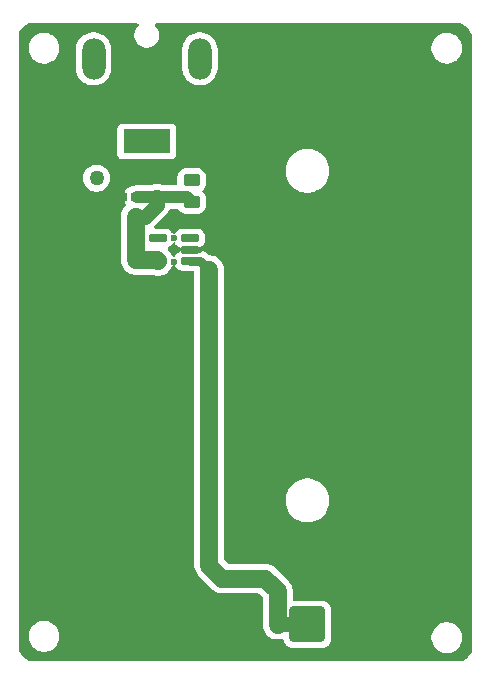
<source format=gbr>
%TF.GenerationSoftware,KiCad,Pcbnew,9.0.2*%
%TF.CreationDate,2025-06-25T22:40:44-04:00*%
%TF.ProjectId,NK_BMS,4e4b5f42-4d53-42e6-9b69-6361645f7063,rev?*%
%TF.SameCoordinates,Original*%
%TF.FileFunction,Copper,L2,Bot*%
%TF.FilePolarity,Positive*%
%FSLAX46Y46*%
G04 Gerber Fmt 4.6, Leading zero omitted, Abs format (unit mm)*
G04 Created by KiCad (PCBNEW 9.0.2) date 2025-06-25 22:40:44*
%MOMM*%
%LPD*%
G01*
G04 APERTURE LIST*
G04 Aperture macros list*
%AMRoundRect*
0 Rectangle with rounded corners*
0 $1 Rounding radius*
0 $2 $3 $4 $5 $6 $7 $8 $9 X,Y pos of 4 corners*
0 Add a 4 corners polygon primitive as box body*
4,1,4,$2,$3,$4,$5,$6,$7,$8,$9,$2,$3,0*
0 Add four circle primitives for the rounded corners*
1,1,$1+$1,$2,$3*
1,1,$1+$1,$4,$5*
1,1,$1+$1,$6,$7*
1,1,$1+$1,$8,$9*
0 Add four rect primitives between the rounded corners*
20,1,$1+$1,$2,$3,$4,$5,0*
20,1,$1+$1,$4,$5,$6,$7,0*
20,1,$1+$1,$6,$7,$8,$9,0*
20,1,$1+$1,$8,$9,$2,$3,0*%
G04 Aperture macros list end*
%TA.AperFunction,ComponentPad*%
%ADD10C,1.270000*%
%TD*%
%TA.AperFunction,ComponentPad*%
%ADD11RoundRect,0.250000X1.250000X-1.250000X1.250000X1.250000X-1.250000X1.250000X-1.250000X-1.250000X0*%
%TD*%
%TA.AperFunction,ComponentPad*%
%ADD12C,3.000000*%
%TD*%
%TA.AperFunction,ComponentPad*%
%ADD13R,4.000000X2.000000*%
%TD*%
%TA.AperFunction,ComponentPad*%
%ADD14O,3.300000X2.000000*%
%TD*%
%TA.AperFunction,ComponentPad*%
%ADD15O,2.000000X3.500000*%
%TD*%
%TA.AperFunction,SMDPad,CuDef*%
%ADD16RoundRect,0.250000X-0.250000X-0.475000X0.250000X-0.475000X0.250000X0.475000X-0.250000X0.475000X0*%
%TD*%
%TA.AperFunction,SMDPad,CuDef*%
%ADD17RoundRect,0.162500X0.617500X0.162500X-0.617500X0.162500X-0.617500X-0.162500X0.617500X-0.162500X0*%
%TD*%
%TA.AperFunction,SMDPad,CuDef*%
%ADD18RoundRect,0.075000X0.390000X0.275000X-0.390000X0.275000X-0.390000X-0.275000X0.390000X-0.275000X0*%
%TD*%
%TA.AperFunction,SMDPad,CuDef*%
%ADD19RoundRect,0.075000X0.075000X0.275000X-0.075000X0.275000X-0.075000X-0.275000X0.075000X-0.275000X0*%
%TD*%
%TA.AperFunction,SMDPad,CuDef*%
%ADD20RoundRect,0.250000X0.450000X-0.262500X0.450000X0.262500X-0.450000X0.262500X-0.450000X-0.262500X0*%
%TD*%
%TA.AperFunction,ViaPad*%
%ADD21C,0.600000*%
%TD*%
%TA.AperFunction,Conductor*%
%ADD22C,1.524000*%
%TD*%
%TA.AperFunction,Conductor*%
%ADD23C,0.762000*%
%TD*%
%TA.AperFunction,Conductor*%
%ADD24C,1.016000*%
%TD*%
%TA.AperFunction,Conductor*%
%ADD25C,0.200000*%
%TD*%
%TA.AperFunction,Conductor*%
%ADD26C,1.270000*%
%TD*%
G04 APERTURE END LIST*
D10*
%TO.P,F1,1*%
%TO.N,Net-(CN1-Pin_1)*%
X123250000Y-81100000D03*
%TO.P,F1,2*%
%TO.N,+5V*%
X128350000Y-82700000D03*
%TD*%
D11*
%TO.P,CN2,1,Pin_1*%
%TO.N,/BAT+*%
X141100000Y-118882500D03*
D12*
%TO.P,CN2,2,Pin_2*%
%TO.N,GND*%
X141100000Y-69982500D03*
%TD*%
D13*
%TO.P,CN1,1,Pin_1*%
%TO.N,Net-(CN1-Pin_1)*%
X127500000Y-78000000D03*
D14*
%TO.P,CN1,2,Pin_2*%
%TO.N,GND*%
X127500000Y-72000000D03*
D15*
%TO.P,CN1,MP*%
%TO.N,N/C*%
X132000000Y-71000000D03*
X123000000Y-71000000D03*
%TD*%
D16*
%TO.P,C3,1*%
%TO.N,GND*%
X136700000Y-118900000D03*
%TO.P,C3,2*%
%TO.N,/BAT+*%
X138600000Y-118900000D03*
%TD*%
%TO.P,C1,1*%
%TO.N,GND*%
X124650000Y-84400000D03*
%TO.P,C1,2*%
%TO.N,+5V*%
X126550000Y-84400000D03*
%TD*%
D17*
%TO.P,U1,1,STAT*%
%TO.N,Net-(D2-K)*%
X131150000Y-86200000D03*
%TO.P,U1,2,VSS*%
%TO.N,GND*%
X131150000Y-87150000D03*
%TO.P,U1,3,VBAT*%
%TO.N,/BAT+*%
X131150000Y-88100000D03*
%TO.P,U1,4,VDD*%
%TO.N,+5V*%
X128450000Y-88100000D03*
%TO.P,U1,5,PROG*%
%TO.N,Net-(U1-PROG)*%
X128450000Y-86200000D03*
%TD*%
D16*
%TO.P,C2,1*%
%TO.N,GND*%
X124650000Y-88000000D03*
%TO.P,C2,2*%
%TO.N,+5V*%
X126550000Y-88000000D03*
%TD*%
D18*
%TO.P,D1,1,K*%
%TO.N,+5V*%
X126585000Y-82700000D03*
D19*
%TO.P,D1,2,A*%
%TO.N,GND*%
X125700000Y-82700000D03*
%TD*%
D20*
%TO.P,R2,1*%
%TO.N,+5V*%
X131300000Y-83112500D03*
%TO.P,R2,2*%
%TO.N,Net-(D2-A)*%
X131300000Y-81287500D03*
%TD*%
D21*
%TO.N,GND*%
X131900000Y-87200000D03*
X129800000Y-88200000D03*
X129800000Y-87150000D03*
X129800000Y-86200000D03*
X118700000Y-114300000D03*
X117700000Y-111300000D03*
X118700000Y-112300000D03*
X120700000Y-111300000D03*
X119700000Y-113300000D03*
X118700000Y-113300000D03*
X117700000Y-112300000D03*
X117700000Y-113300000D03*
X120700000Y-114300000D03*
X120700000Y-110300000D03*
X120700000Y-108300000D03*
X117700000Y-105300000D03*
X119700000Y-103300000D03*
X120700000Y-104300000D03*
X118700000Y-106300000D03*
X117700000Y-108300000D03*
X119700000Y-110300000D03*
X118700000Y-103300000D03*
X118700000Y-111300000D03*
X119700000Y-104300000D03*
X117700000Y-109300000D03*
X120700000Y-107300000D03*
X118700000Y-108300000D03*
X117700000Y-104300000D03*
X119700000Y-106300000D03*
X120700000Y-105300000D03*
X117700000Y-110300000D03*
X119700000Y-108300000D03*
X118700000Y-107300000D03*
X117700000Y-103300000D03*
X120700000Y-109300000D03*
X118700000Y-104300000D03*
X118700000Y-109300000D03*
X117700000Y-106300000D03*
X118700000Y-110300000D03*
X119700000Y-105300000D03*
X120700000Y-112300000D03*
X117700000Y-107300000D03*
X119700000Y-112300000D03*
X120700000Y-113300000D03*
X120700000Y-106300000D03*
X117700000Y-114300000D03*
X119700000Y-107300000D03*
X120700000Y-103300000D03*
X119700000Y-114300000D03*
X119700000Y-111300000D03*
X118700000Y-105300000D03*
X119700000Y-109300000D03*
%TO.N,Net-(D2-A)*%
X131300000Y-81300000D03*
%TO.N,Net-(D2-K)*%
X131200000Y-86200000D03*
%TO.N,GND*%
X122700000Y-114300000D03*
X125700000Y-104300000D03*
X123700000Y-109300000D03*
X130700000Y-109300000D03*
X125700000Y-111300000D03*
X126700000Y-104300000D03*
X125700000Y-112300000D03*
X124700000Y-103300000D03*
X127700000Y-112300000D03*
X123700000Y-112300000D03*
X121700000Y-107300000D03*
X130700000Y-112300000D03*
X129700000Y-110300000D03*
X121700000Y-114300000D03*
X124700000Y-112300000D03*
X123700000Y-107300000D03*
X129700000Y-104300000D03*
X129700000Y-109300000D03*
X124700000Y-106300000D03*
X124700000Y-113300000D03*
X130700000Y-111300000D03*
X128700000Y-113300000D03*
X123700000Y-105300000D03*
X123700000Y-111300000D03*
X127700000Y-110300000D03*
X129700000Y-114300000D03*
X127700000Y-103300000D03*
X122700000Y-105300000D03*
X123700000Y-114300000D03*
X122700000Y-110300000D03*
X121700000Y-106300000D03*
X122700000Y-109300000D03*
X129700000Y-112300000D03*
X122700000Y-104300000D03*
X126700000Y-108300000D03*
X124700000Y-109300000D03*
X122700000Y-107300000D03*
X123700000Y-106300000D03*
X121700000Y-103300000D03*
X127700000Y-108300000D03*
X129700000Y-111300000D03*
X126700000Y-114300000D03*
X128700000Y-106300000D03*
X121700000Y-104300000D03*
X125700000Y-107300000D03*
X123700000Y-108300000D03*
X125700000Y-108300000D03*
X127700000Y-106300000D03*
X125700000Y-110300000D03*
X126700000Y-103300000D03*
X121700000Y-110300000D03*
X126700000Y-109300000D03*
X124700000Y-105300000D03*
X126700000Y-111300000D03*
X122700000Y-108300000D03*
X121700000Y-108300000D03*
X128700000Y-111300000D03*
X122700000Y-111300000D03*
X129700000Y-113300000D03*
X125700000Y-113300000D03*
X127700000Y-104300000D03*
X128700000Y-109300000D03*
X128700000Y-107300000D03*
X121700000Y-109300000D03*
X124700000Y-107300000D03*
X126700000Y-106300000D03*
X128700000Y-110300000D03*
X127700000Y-109300000D03*
X130700000Y-114300000D03*
X122700000Y-103300000D03*
X128700000Y-108300000D03*
X130700000Y-110300000D03*
X128700000Y-114300000D03*
X130700000Y-108300000D03*
X125700000Y-103300000D03*
X130700000Y-103300000D03*
X122700000Y-106300000D03*
X124700000Y-104300000D03*
X128700000Y-105300000D03*
X128700000Y-103300000D03*
X127700000Y-113300000D03*
X123700000Y-103300000D03*
X123700000Y-104300000D03*
X129700000Y-105300000D03*
X130700000Y-106300000D03*
X123700000Y-110300000D03*
X129700000Y-108300000D03*
X128700000Y-104300000D03*
X121700000Y-105300000D03*
X130700000Y-105300000D03*
X126700000Y-110300000D03*
X127700000Y-105300000D03*
X124700000Y-108300000D03*
X127700000Y-107300000D03*
X126700000Y-107300000D03*
X125700000Y-105300000D03*
X125700000Y-106300000D03*
X129700000Y-103300000D03*
X127700000Y-111300000D03*
X121700000Y-112300000D03*
X130700000Y-113300000D03*
X130700000Y-104300000D03*
X125700000Y-114300000D03*
X126700000Y-113300000D03*
X124700000Y-110300000D03*
X124700000Y-114300000D03*
X121700000Y-113300000D03*
X122700000Y-113300000D03*
X123700000Y-113300000D03*
X126700000Y-105300000D03*
X129700000Y-107300000D03*
X130700000Y-107300000D03*
X126700000Y-112300000D03*
X125700000Y-109300000D03*
X121700000Y-111300000D03*
X128700000Y-112300000D03*
X122700000Y-112300000D03*
X127700000Y-114300000D03*
X124700000Y-111300000D03*
X129700000Y-106300000D03*
%TO.N,Net-(U1-PROG)*%
X128450000Y-86200000D03*
%TD*%
D22*
%TO.N,/BAT+*%
X132800000Y-88900000D02*
X132800000Y-89750000D01*
D23*
X131150000Y-88100000D02*
X132000000Y-88100000D01*
X132000000Y-88100000D02*
X132800000Y-88900000D01*
D22*
X137500000Y-115000000D02*
X138600000Y-116100000D01*
X138600000Y-116100000D02*
X138600000Y-118900000D01*
X133900000Y-115000000D02*
X137500000Y-115000000D01*
X132800000Y-113900000D02*
X133900000Y-115000000D01*
X132800000Y-89750000D02*
X132800000Y-113900000D01*
D24*
%TO.N,+5V*%
X130887500Y-82700000D02*
X131300000Y-83112500D01*
X128350000Y-82700000D02*
X130887500Y-82700000D01*
D25*
%TO.N,Net-(D2-K)*%
X131150000Y-86200000D02*
X131200000Y-86200000D01*
D26*
%TO.N,+5V*%
X127335000Y-84365000D02*
X126585000Y-84365000D01*
D22*
X126550000Y-84400000D02*
X126550000Y-88000000D01*
D26*
X128350000Y-83350000D02*
X127335000Y-84365000D01*
X126585000Y-84365000D02*
X126550000Y-84400000D01*
X128350000Y-82700000D02*
X128350000Y-83350000D01*
D22*
X126550000Y-88000000D02*
X128350000Y-88000000D01*
X128350000Y-88000000D02*
X128450000Y-88100000D01*
D24*
X128350000Y-82700000D02*
X126686000Y-82700000D01*
D26*
%TO.N,/BAT+*%
X138600000Y-118900000D02*
X138700000Y-118900000D01*
X138717500Y-118882500D02*
X141100000Y-118882500D01*
X138700000Y-118900000D02*
X138717500Y-118882500D01*
%TD*%
%TA.AperFunction,Conductor*%
%TO.N,GND*%
G36*
X129853357Y-86545245D02*
G01*
X129905402Y-86591862D01*
X129918383Y-86620284D01*
X129923467Y-86636598D01*
X130006766Y-86774391D01*
X130120608Y-86888233D01*
X130120610Y-86888234D01*
X130120612Y-86888236D01*
X130258398Y-86971531D01*
X130412113Y-87019430D01*
X130478909Y-87025500D01*
X130817213Y-87025499D01*
X130828009Y-87028669D01*
X130839199Y-87027464D01*
X130860931Y-87038336D01*
X130884250Y-87045183D01*
X130891620Y-87053689D01*
X130901685Y-87058724D01*
X130914090Y-87079620D01*
X130930005Y-87097987D01*
X130931606Y-87109126D01*
X130937352Y-87118804D01*
X130936490Y-87143092D01*
X130939949Y-87167146D01*
X130935273Y-87177382D01*
X130934875Y-87188630D01*
X130921018Y-87208596D01*
X130910924Y-87230701D01*
X130900422Y-87238275D01*
X130895040Y-87246032D01*
X130864691Y-87264049D01*
X130862276Y-87265050D01*
X130814796Y-87274500D01*
X130478901Y-87274500D01*
X130412117Y-87280568D01*
X130412106Y-87280571D01*
X130258401Y-87328467D01*
X130120608Y-87411766D01*
X130006766Y-87525608D01*
X129923468Y-87663400D01*
X129918385Y-87679712D01*
X129879647Y-87737860D01*
X129815621Y-87765833D01*
X129746636Y-87754751D01*
X129694594Y-87708132D01*
X129681615Y-87679712D01*
X129678148Y-87668587D01*
X129676531Y-87663398D01*
X129593236Y-87525612D01*
X129593234Y-87525610D01*
X129593233Y-87525608D01*
X129568458Y-87500833D01*
X129545655Y-87469448D01*
X129529785Y-87438303D01*
X129412986Y-87277542D01*
X129412982Y-87277537D01*
X129306826Y-87171381D01*
X129273341Y-87110058D01*
X129278325Y-87040366D01*
X129320197Y-86984433D01*
X129335265Y-86975547D01*
X129335183Y-86975411D01*
X129341600Y-86971531D01*
X129341602Y-86971531D01*
X129479388Y-86888236D01*
X129593236Y-86774388D01*
X129676531Y-86636602D01*
X129681613Y-86620290D01*
X129720347Y-86562143D01*
X129784371Y-86534167D01*
X129853357Y-86545245D01*
G37*
%TD.AperFunction*%
%TA.AperFunction,Conductor*%
G36*
X126781544Y-68020185D02*
G01*
X126827299Y-68072989D01*
X126837243Y-68142147D01*
X126808218Y-68205703D01*
X126802186Y-68212181D01*
X126684025Y-68330341D01*
X126684024Y-68330342D01*
X126569058Y-68502403D01*
X126489870Y-68693579D01*
X126489868Y-68693587D01*
X126449500Y-68896530D01*
X126449500Y-69103469D01*
X126489868Y-69306412D01*
X126489870Y-69306420D01*
X126569058Y-69497596D01*
X126684024Y-69669657D01*
X126830342Y-69815975D01*
X126830345Y-69815977D01*
X127002402Y-69930941D01*
X127193580Y-70010130D01*
X127396530Y-70050499D01*
X127396534Y-70050500D01*
X127396535Y-70050500D01*
X127603466Y-70050500D01*
X127603467Y-70050499D01*
X127806420Y-70010130D01*
X127997598Y-69930941D01*
X128169655Y-69815977D01*
X128315977Y-69669655D01*
X128430941Y-69497598D01*
X128510130Y-69306420D01*
X128550500Y-69103465D01*
X128550500Y-68896535D01*
X128510130Y-68693580D01*
X128430941Y-68502402D01*
X128315977Y-68330345D01*
X128315975Y-68330342D01*
X128197814Y-68212181D01*
X128164329Y-68150858D01*
X128169313Y-68081166D01*
X128211185Y-68025233D01*
X128276649Y-68000816D01*
X128285495Y-68000500D01*
X154135736Y-68000500D01*
X154202775Y-68020185D01*
X154211595Y-68026411D01*
X154420317Y-68187872D01*
X154431465Y-68197616D01*
X154660046Y-68422895D01*
X154669377Y-68433185D01*
X154795873Y-68589461D01*
X154875058Y-68687287D01*
X154882679Y-68697780D01*
X154979507Y-68846941D01*
X154999499Y-68913887D01*
X154999500Y-68914456D01*
X154999500Y-121211857D01*
X154981203Y-121276687D01*
X154949833Y-121327835D01*
X154941138Y-121340241D01*
X154717662Y-121620926D01*
X154707636Y-121632065D01*
X154493189Y-121843134D01*
X154482023Y-121852881D01*
X154325759Y-121973622D01*
X154260675Y-121999035D01*
X154249943Y-121999500D01*
X117565653Y-121999500D01*
X117498614Y-121979815D01*
X117492355Y-121975517D01*
X117307471Y-121840023D01*
X117296479Y-121830952D01*
X117062038Y-121613670D01*
X117052385Y-121603661D01*
X116842300Y-121359818D01*
X116834024Y-121349076D01*
X116722281Y-121186355D01*
X116700558Y-121119948D01*
X116700500Y-121116160D01*
X116700500Y-119797648D01*
X117499500Y-119797648D01*
X117499500Y-120002351D01*
X117531522Y-120204534D01*
X117594781Y-120399223D01*
X117687715Y-120581613D01*
X117808028Y-120747213D01*
X117952786Y-120891971D01*
X118090420Y-120991966D01*
X118118390Y-121012287D01*
X118234607Y-121071503D01*
X118300776Y-121105218D01*
X118300778Y-121105218D01*
X118300781Y-121105220D01*
X118405137Y-121139127D01*
X118495465Y-121168477D01*
X118596557Y-121184488D01*
X118697648Y-121200500D01*
X118697649Y-121200500D01*
X118902351Y-121200500D01*
X118902352Y-121200500D01*
X119104534Y-121168477D01*
X119299219Y-121105220D01*
X119481610Y-121012287D01*
X119574590Y-120944732D01*
X119647213Y-120891971D01*
X119647215Y-120891968D01*
X119647219Y-120891966D01*
X119791966Y-120747219D01*
X119791968Y-120747215D01*
X119791971Y-120747213D01*
X119898085Y-120601157D01*
X119912287Y-120581610D01*
X120005220Y-120399219D01*
X120068477Y-120204534D01*
X120100500Y-120002352D01*
X120100500Y-119797648D01*
X120068477Y-119595466D01*
X120005220Y-119400781D01*
X120005218Y-119400778D01*
X120005218Y-119400776D01*
X119971503Y-119334607D01*
X119912287Y-119218390D01*
X119895755Y-119195636D01*
X119791971Y-119052786D01*
X119647213Y-118908028D01*
X119481613Y-118787715D01*
X119481612Y-118787714D01*
X119481610Y-118787713D01*
X119424653Y-118758691D01*
X119299223Y-118694781D01*
X119104534Y-118631522D01*
X118929995Y-118603878D01*
X118902352Y-118599500D01*
X118697648Y-118599500D01*
X118673329Y-118603351D01*
X118495465Y-118631522D01*
X118300776Y-118694781D01*
X118118386Y-118787715D01*
X117952786Y-118908028D01*
X117808028Y-119052786D01*
X117687715Y-119218386D01*
X117594781Y-119400776D01*
X117531522Y-119595465D01*
X117499500Y-119797648D01*
X116700500Y-119797648D01*
X116700500Y-84300639D01*
X125287500Y-84300639D01*
X125287500Y-88099360D01*
X125318587Y-88295637D01*
X125379993Y-88484629D01*
X125379994Y-88484632D01*
X125470213Y-88661694D01*
X125587019Y-88822464D01*
X125587021Y-88822466D01*
X125698694Y-88934139D01*
X125706159Y-88942527D01*
X125707288Y-88943656D01*
X125831344Y-89067712D01*
X125980666Y-89159814D01*
X126091690Y-89196604D01*
X126147202Y-89214999D01*
X126156213Y-89215919D01*
X126216680Y-89222096D01*
X126242389Y-89227521D01*
X126254364Y-89231413D01*
X126450639Y-89262500D01*
X127922631Y-89262500D01*
X127960949Y-89268569D01*
X127965367Y-89270004D01*
X127965368Y-89270005D01*
X128030996Y-89291329D01*
X128154362Y-89331413D01*
X128350634Y-89362500D01*
X128350639Y-89362500D01*
X128549365Y-89362500D01*
X128644515Y-89347428D01*
X128745636Y-89331413D01*
X128934632Y-89270005D01*
X129111694Y-89179786D01*
X129272463Y-89062981D01*
X129412981Y-88922463D01*
X129529786Y-88761694D01*
X129545654Y-88730550D01*
X129568455Y-88699167D01*
X129593236Y-88674388D01*
X129676531Y-88536602D01*
X129681613Y-88520290D01*
X129720347Y-88462143D01*
X129784371Y-88434167D01*
X129853357Y-88445245D01*
X129905402Y-88491862D01*
X129918383Y-88520284D01*
X129923467Y-88536598D01*
X130006766Y-88674391D01*
X130120608Y-88788233D01*
X130120610Y-88788234D01*
X130120612Y-88788236D01*
X130258398Y-88871531D01*
X130412113Y-88919430D01*
X130478909Y-88925500D01*
X130814796Y-88925499D01*
X130862248Y-88934938D01*
X130883296Y-88943656D01*
X130892876Y-88947624D01*
X130892880Y-88947624D01*
X130892881Y-88947625D01*
X131063177Y-88981500D01*
X131063180Y-88981500D01*
X131413500Y-88981500D01*
X131480539Y-89001185D01*
X131526294Y-89053989D01*
X131537500Y-89105500D01*
X131537500Y-89650639D01*
X131537500Y-113999361D01*
X131553043Y-114097498D01*
X131568587Y-114195637D01*
X131629993Y-114384629D01*
X131629994Y-114384632D01*
X131720213Y-114561694D01*
X131837019Y-114722464D01*
X131977536Y-114862981D01*
X131981866Y-114867311D01*
X131981877Y-114867321D01*
X132933893Y-115819337D01*
X132933907Y-115819352D01*
X132937018Y-115822463D01*
X132937019Y-115822464D01*
X133077536Y-115962981D01*
X133238306Y-116079787D01*
X133325149Y-116124035D01*
X133415367Y-116170005D01*
X133415370Y-116170006D01*
X133509866Y-116200709D01*
X133604364Y-116231413D01*
X133800639Y-116262500D01*
X133800640Y-116262500D01*
X133999361Y-116262500D01*
X136925694Y-116262500D01*
X136992733Y-116282185D01*
X137013375Y-116298819D01*
X137301181Y-116586625D01*
X137334666Y-116647948D01*
X137337500Y-116674306D01*
X137337500Y-118999360D01*
X137368587Y-119195637D01*
X137429993Y-119384629D01*
X137429994Y-119384632D01*
X137489176Y-119500781D01*
X137520213Y-119561694D01*
X137637019Y-119722464D01*
X137637021Y-119722466D01*
X137748694Y-119834139D01*
X137756159Y-119842527D01*
X137757288Y-119843656D01*
X137881344Y-119967712D01*
X138030666Y-120059814D01*
X138141690Y-120096604D01*
X138197202Y-120114999D01*
X138206213Y-120115919D01*
X138266680Y-120122096D01*
X138292389Y-120127521D01*
X138304364Y-120131413D01*
X138500639Y-120162500D01*
X138500640Y-120162500D01*
X138699360Y-120162500D01*
X138699361Y-120162500D01*
X138895636Y-120131413D01*
X138907610Y-120127521D01*
X138933319Y-120122095D01*
X138968322Y-120118520D01*
X139037013Y-120131291D01*
X139087897Y-120179172D01*
X139104278Y-120229276D01*
X139110001Y-120285297D01*
X139110001Y-120285299D01*
X139147751Y-120399219D01*
X139165186Y-120451834D01*
X139257288Y-120601156D01*
X139381344Y-120725212D01*
X139530666Y-120817314D01*
X139697203Y-120872499D01*
X139799991Y-120883000D01*
X142400008Y-120882999D01*
X142502797Y-120872499D01*
X142669334Y-120817314D01*
X142818656Y-120725212D01*
X142942712Y-120601156D01*
X143034814Y-120451834D01*
X143089999Y-120285297D01*
X143100500Y-120182509D01*
X143100500Y-119897648D01*
X151599500Y-119897648D01*
X151599500Y-120102351D01*
X151631522Y-120304534D01*
X151694781Y-120499223D01*
X151787715Y-120681613D01*
X151908028Y-120847213D01*
X152052786Y-120991971D01*
X152207749Y-121104556D01*
X152218390Y-121112287D01*
X152328669Y-121168477D01*
X152400776Y-121205218D01*
X152400778Y-121205218D01*
X152400781Y-121205220D01*
X152505137Y-121239127D01*
X152595465Y-121268477D01*
X152647301Y-121276687D01*
X152797648Y-121300500D01*
X152797649Y-121300500D01*
X153002351Y-121300500D01*
X153002352Y-121300500D01*
X153204534Y-121268477D01*
X153399219Y-121205220D01*
X153581610Y-121112287D01*
X153674590Y-121044732D01*
X153747213Y-120991971D01*
X153747215Y-120991968D01*
X153747219Y-120991966D01*
X153891966Y-120847219D01*
X153891968Y-120847215D01*
X153891971Y-120847213D01*
X153944732Y-120774590D01*
X154012287Y-120681610D01*
X154105220Y-120499219D01*
X154168477Y-120304534D01*
X154200500Y-120102352D01*
X154200500Y-119897648D01*
X154184661Y-119797648D01*
X154168477Y-119695465D01*
X154105218Y-119500776D01*
X154046039Y-119384632D01*
X154012287Y-119318390D01*
X154004556Y-119307749D01*
X153891971Y-119152786D01*
X153747213Y-119008028D01*
X153581613Y-118887715D01*
X153581612Y-118887714D01*
X153581610Y-118887713D01*
X153524653Y-118858691D01*
X153399223Y-118794781D01*
X153204534Y-118731522D01*
X153029995Y-118703878D01*
X153002352Y-118699500D01*
X152797648Y-118699500D01*
X152773329Y-118703351D01*
X152595465Y-118731522D01*
X152400776Y-118794781D01*
X152218386Y-118887715D01*
X152052786Y-119008028D01*
X151908028Y-119152786D01*
X151787715Y-119318386D01*
X151694781Y-119500776D01*
X151631522Y-119695465D01*
X151599500Y-119897648D01*
X143100500Y-119897648D01*
X143100499Y-118794781D01*
X143100499Y-117582498D01*
X143100498Y-117582481D01*
X143089999Y-117479703D01*
X143089998Y-117479700D01*
X143034814Y-117313166D01*
X142942712Y-117163844D01*
X142818656Y-117039788D01*
X142669334Y-116947686D01*
X142502797Y-116892501D01*
X142502795Y-116892500D01*
X142400016Y-116882000D01*
X142400009Y-116882000D01*
X139986500Y-116882000D01*
X139919461Y-116862315D01*
X139873706Y-116809511D01*
X139862500Y-116758000D01*
X139862500Y-116000639D01*
X139831413Y-115804364D01*
X139770005Y-115615368D01*
X139770005Y-115615367D01*
X139679786Y-115438305D01*
X139562981Y-115277536D01*
X139422464Y-115137019D01*
X139422463Y-115137018D01*
X139419352Y-115133907D01*
X139419337Y-115133893D01*
X138467321Y-114181877D01*
X138467312Y-114181867D01*
X138462981Y-114177536D01*
X138322464Y-114037019D01*
X138161694Y-113920213D01*
X137984632Y-113829994D01*
X137984629Y-113829993D01*
X137795637Y-113768587D01*
X137697498Y-113753043D01*
X137599361Y-113737500D01*
X137599360Y-113737500D01*
X134474306Y-113737500D01*
X134407267Y-113717815D01*
X134386625Y-113701181D01*
X134098819Y-113413375D01*
X134065334Y-113352052D01*
X134062500Y-113325694D01*
X134062500Y-108261211D01*
X139249500Y-108261211D01*
X139249500Y-108503788D01*
X139281161Y-108744285D01*
X139343947Y-108978604D01*
X139436773Y-109202705D01*
X139436776Y-109202712D01*
X139558064Y-109412789D01*
X139558066Y-109412792D01*
X139558067Y-109412793D01*
X139705733Y-109605236D01*
X139705739Y-109605243D01*
X139877256Y-109776760D01*
X139877262Y-109776765D01*
X140069711Y-109924436D01*
X140279788Y-110045724D01*
X140503900Y-110138554D01*
X140738211Y-110201338D01*
X140918586Y-110225084D01*
X140978711Y-110233000D01*
X140978712Y-110233000D01*
X141221289Y-110233000D01*
X141269388Y-110226667D01*
X141461789Y-110201338D01*
X141696100Y-110138554D01*
X141920212Y-110045724D01*
X142130289Y-109924436D01*
X142322738Y-109776765D01*
X142494265Y-109605238D01*
X142641936Y-109412789D01*
X142763224Y-109202712D01*
X142856054Y-108978600D01*
X142918838Y-108744289D01*
X142950500Y-108503788D01*
X142950500Y-108261212D01*
X142918838Y-108020711D01*
X142856054Y-107786400D01*
X142763224Y-107562288D01*
X142641936Y-107352211D01*
X142494265Y-107159762D01*
X142494260Y-107159756D01*
X142322743Y-106988239D01*
X142322736Y-106988233D01*
X142130293Y-106840567D01*
X142130292Y-106840566D01*
X142130289Y-106840564D01*
X141920212Y-106719276D01*
X141920205Y-106719273D01*
X141696104Y-106626447D01*
X141461785Y-106563661D01*
X141221289Y-106532000D01*
X141221288Y-106532000D01*
X140978712Y-106532000D01*
X140978711Y-106532000D01*
X140738214Y-106563661D01*
X140503895Y-106626447D01*
X140279794Y-106719273D01*
X140279785Y-106719277D01*
X140069706Y-106840567D01*
X139877263Y-106988233D01*
X139877256Y-106988239D01*
X139705739Y-107159756D01*
X139705733Y-107159763D01*
X139558067Y-107352206D01*
X139436777Y-107562285D01*
X139436773Y-107562294D01*
X139343947Y-107786395D01*
X139281161Y-108020714D01*
X139249500Y-108261211D01*
X134062500Y-108261211D01*
X134062500Y-88800639D01*
X134048628Y-88713054D01*
X134031413Y-88604364D01*
X133970005Y-88415368D01*
X133970005Y-88415367D01*
X133879786Y-88238305D01*
X133762981Y-88077536D01*
X133622464Y-87937019D01*
X133461694Y-87820213D01*
X133455610Y-87817113D01*
X133284632Y-87729994D01*
X133284629Y-87729993D01*
X133095637Y-87668587D01*
X132997498Y-87653043D01*
X132899361Y-87637500D01*
X132899360Y-87637500D01*
X132835492Y-87637500D01*
X132768453Y-87617815D01*
X132747811Y-87601181D01*
X132561927Y-87415296D01*
X132561926Y-87415295D01*
X132417543Y-87318822D01*
X132257128Y-87252377D01*
X132257118Y-87252374D01*
X132086823Y-87218500D01*
X132086821Y-87218500D01*
X132086820Y-87218500D01*
X132063783Y-87218500D01*
X131996744Y-87198815D01*
X131950989Y-87146011D01*
X131941045Y-87076853D01*
X131970070Y-87013297D01*
X132026892Y-86976115D01*
X132029790Y-86975211D01*
X132041602Y-86971531D01*
X132179388Y-86888236D01*
X132293236Y-86774388D01*
X132376531Y-86636602D01*
X132424430Y-86482887D01*
X132430500Y-86416091D01*
X132430499Y-85983910D01*
X132430499Y-85983909D01*
X132430499Y-85983901D01*
X132424431Y-85917117D01*
X132424428Y-85917106D01*
X132376532Y-85763401D01*
X132376531Y-85763400D01*
X132376531Y-85763398D01*
X132293236Y-85625612D01*
X132293234Y-85625610D01*
X132293233Y-85625608D01*
X132179391Y-85511766D01*
X132041602Y-85428469D01*
X132041596Y-85428467D01*
X131887887Y-85380570D01*
X131887885Y-85380569D01*
X131887883Y-85380569D01*
X131841117Y-85376319D01*
X131821091Y-85374500D01*
X131821088Y-85374500D01*
X130478901Y-85374500D01*
X130412117Y-85380568D01*
X130412106Y-85380571D01*
X130258401Y-85428467D01*
X130120608Y-85511766D01*
X130006766Y-85625608D01*
X129923468Y-85763400D01*
X129918385Y-85779712D01*
X129879647Y-85837860D01*
X129815621Y-85865833D01*
X129746636Y-85854751D01*
X129694594Y-85808132D01*
X129681615Y-85779712D01*
X129679602Y-85773254D01*
X129676531Y-85763398D01*
X129593236Y-85625612D01*
X129593234Y-85625610D01*
X129593233Y-85625608D01*
X129479391Y-85511766D01*
X129341602Y-85428469D01*
X129341596Y-85428467D01*
X129187887Y-85380570D01*
X129187885Y-85380569D01*
X129187883Y-85380569D01*
X129141117Y-85376319D01*
X129121091Y-85374500D01*
X129121088Y-85374500D01*
X128230701Y-85374500D01*
X128163662Y-85354815D01*
X128117907Y-85302011D01*
X128107963Y-85232853D01*
X128136988Y-85169297D01*
X128143020Y-85162819D01*
X128201111Y-85104728D01*
X129216111Y-84089728D01*
X129237845Y-84059814D01*
X129237847Y-84059812D01*
X129255737Y-84035187D01*
X129321167Y-83945132D01*
X129402309Y-83785881D01*
X129402313Y-83785868D01*
X129402648Y-83785062D01*
X129402861Y-83784797D01*
X129404521Y-83781540D01*
X129405204Y-83781888D01*
X129446481Y-83730653D01*
X129512773Y-83708580D01*
X129517215Y-83708500D01*
X130104717Y-83708500D01*
X130171756Y-83728185D01*
X130210254Y-83767401D01*
X130257288Y-83843656D01*
X130381344Y-83967712D01*
X130530666Y-84059814D01*
X130697203Y-84114999D01*
X130799991Y-84125500D01*
X131800008Y-84125499D01*
X131800016Y-84125498D01*
X131800019Y-84125498D01*
X131856302Y-84119748D01*
X131902797Y-84114999D01*
X132069334Y-84059814D01*
X132218656Y-83967712D01*
X132342712Y-83843656D01*
X132434814Y-83694334D01*
X132489999Y-83527797D01*
X132500500Y-83425009D01*
X132500499Y-82799992D01*
X132489999Y-82697203D01*
X132434814Y-82530666D01*
X132342712Y-82381344D01*
X132249049Y-82287681D01*
X132215564Y-82226358D01*
X132220548Y-82156666D01*
X132249049Y-82112319D01*
X132290202Y-82071166D01*
X132342712Y-82018656D01*
X132434814Y-81869334D01*
X132489999Y-81702797D01*
X132500500Y-81600009D01*
X132500499Y-80974992D01*
X132489999Y-80872203D01*
X132434814Y-80705666D01*
X132342712Y-80556344D01*
X132218656Y-80432288D01*
X132103421Y-80361211D01*
X139249500Y-80361211D01*
X139249500Y-80603788D01*
X139281161Y-80844285D01*
X139343947Y-81078604D01*
X139436773Y-81302705D01*
X139436776Y-81302712D01*
X139558064Y-81512789D01*
X139558066Y-81512792D01*
X139558067Y-81512793D01*
X139705733Y-81705236D01*
X139705739Y-81705243D01*
X139877256Y-81876760D01*
X139877262Y-81876765D01*
X140069711Y-82024436D01*
X140279788Y-82145724D01*
X140503900Y-82238554D01*
X140738211Y-82301338D01*
X140918586Y-82325084D01*
X140978711Y-82333000D01*
X140978712Y-82333000D01*
X141221289Y-82333000D01*
X141269388Y-82326667D01*
X141461789Y-82301338D01*
X141696100Y-82238554D01*
X141920212Y-82145724D01*
X142130289Y-82024436D01*
X142322738Y-81876765D01*
X142494265Y-81705238D01*
X142641936Y-81512789D01*
X142763224Y-81302712D01*
X142856054Y-81078600D01*
X142918838Y-80844289D01*
X142950500Y-80603788D01*
X142950500Y-80361212D01*
X142918838Y-80120711D01*
X142856054Y-79886400D01*
X142763224Y-79662288D01*
X142641936Y-79452211D01*
X142494265Y-79259762D01*
X142494260Y-79259756D01*
X142322743Y-79088239D01*
X142322736Y-79088233D01*
X142130293Y-78940567D01*
X142130292Y-78940566D01*
X142130289Y-78940564D01*
X141920212Y-78819276D01*
X141920205Y-78819273D01*
X141696104Y-78726447D01*
X141461785Y-78663661D01*
X141221289Y-78632000D01*
X141221288Y-78632000D01*
X140978712Y-78632000D01*
X140978711Y-78632000D01*
X140738214Y-78663661D01*
X140503895Y-78726447D01*
X140279794Y-78819273D01*
X140279785Y-78819277D01*
X140069706Y-78940567D01*
X139877263Y-79088233D01*
X139877256Y-79088239D01*
X139705739Y-79259756D01*
X139705733Y-79259763D01*
X139558067Y-79452206D01*
X139436777Y-79662285D01*
X139436773Y-79662294D01*
X139343947Y-79886395D01*
X139281161Y-80120714D01*
X139249500Y-80361211D01*
X132103421Y-80361211D01*
X132069334Y-80340186D01*
X131902797Y-80285001D01*
X131902795Y-80285000D01*
X131800010Y-80274500D01*
X130799998Y-80274500D01*
X130799980Y-80274501D01*
X130697203Y-80285000D01*
X130697200Y-80285001D01*
X130530668Y-80340185D01*
X130530663Y-80340187D01*
X130381342Y-80432289D01*
X130257289Y-80556342D01*
X130165187Y-80705663D01*
X130165186Y-80705666D01*
X130110001Y-80872203D01*
X130110001Y-80872204D01*
X130110000Y-80872204D01*
X130099500Y-80974983D01*
X130099500Y-80974996D01*
X130099501Y-81567500D01*
X130079817Y-81634539D01*
X130027013Y-81680294D01*
X129975501Y-81691500D01*
X128901631Y-81691500D01*
X128845336Y-81677985D01*
X128785878Y-81647689D01*
X128615900Y-81592460D01*
X128458307Y-81567500D01*
X128439366Y-81564500D01*
X128260634Y-81564500D01*
X128201790Y-81573820D01*
X128084101Y-81592460D01*
X128084098Y-81592460D01*
X127914121Y-81647689D01*
X127854664Y-81677985D01*
X127798369Y-81691500D01*
X126586666Y-81691500D01*
X126391838Y-81730254D01*
X126391830Y-81730256D01*
X126208294Y-81806279D01*
X126164295Y-81835678D01*
X126111593Y-81855514D01*
X126044764Y-81864313D01*
X126044763Y-81864313D01*
X125904770Y-81922300D01*
X125904767Y-81922301D01*
X125904767Y-81922302D01*
X125784549Y-82014549D01*
X125692300Y-82134770D01*
X125634313Y-82274763D01*
X125634313Y-82274764D01*
X125619500Y-82387272D01*
X125619500Y-83012727D01*
X125634313Y-83125235D01*
X125634313Y-83125236D01*
X125692300Y-83265230D01*
X125692302Y-83265234D01*
X125715583Y-83295573D01*
X125726951Y-83324978D01*
X125739984Y-83353683D01*
X125739453Y-83357316D01*
X125740778Y-83360742D01*
X125734443Y-83391626D01*
X125729889Y-83422819D01*
X125727275Y-83426574D01*
X125726740Y-83429187D01*
X125710742Y-83452468D01*
X125707908Y-83455723D01*
X125707288Y-83456344D01*
X125707091Y-83456661D01*
X125704552Y-83459580D01*
X125703927Y-83459979D01*
X125698700Y-83465852D01*
X125587021Y-83577532D01*
X125587015Y-83577539D01*
X125470215Y-83738302D01*
X125379994Y-83915367D01*
X125379993Y-83915370D01*
X125318587Y-84104362D01*
X125287500Y-84300639D01*
X116700500Y-84300639D01*
X116700500Y-81010634D01*
X122114500Y-81010634D01*
X122114500Y-81189365D01*
X122142460Y-81365898D01*
X122142460Y-81365901D01*
X122197689Y-81535878D01*
X122197691Y-81535881D01*
X122278833Y-81695132D01*
X122383889Y-81839728D01*
X122510272Y-81966111D01*
X122654868Y-82071167D01*
X122814119Y-82152309D01*
X122814121Y-82152310D01*
X122960897Y-82200000D01*
X122984103Y-82207540D01*
X123160634Y-82235500D01*
X123160635Y-82235500D01*
X123339365Y-82235500D01*
X123339366Y-82235500D01*
X123515897Y-82207540D01*
X123515900Y-82207539D01*
X123515901Y-82207539D01*
X123685878Y-82152310D01*
X123685878Y-82152309D01*
X123685881Y-82152309D01*
X123845132Y-82071167D01*
X123989728Y-81966111D01*
X124116111Y-81839728D01*
X124221167Y-81695132D01*
X124302309Y-81535881D01*
X124357540Y-81365897D01*
X124385500Y-81189366D01*
X124385500Y-81010634D01*
X124357540Y-80834103D01*
X124357539Y-80834099D01*
X124357539Y-80834098D01*
X124302310Y-80664121D01*
X124302308Y-80664118D01*
X124271569Y-80603788D01*
X124221167Y-80504868D01*
X124116111Y-80360272D01*
X123989728Y-80233889D01*
X123845132Y-80128833D01*
X123685881Y-80047691D01*
X123685878Y-80047689D01*
X123515899Y-79992460D01*
X123398209Y-79973820D01*
X123339366Y-79964500D01*
X123160634Y-79964500D01*
X123101790Y-79973820D01*
X122984101Y-79992460D01*
X122984098Y-79992460D01*
X122814121Y-80047689D01*
X122814118Y-80047691D01*
X122654867Y-80128833D01*
X122510270Y-80233890D01*
X122383890Y-80360270D01*
X122278833Y-80504867D01*
X122197691Y-80664118D01*
X122197689Y-80664121D01*
X122142460Y-80834098D01*
X122142460Y-80834101D01*
X122114500Y-81010634D01*
X116700500Y-81010634D01*
X116700500Y-76952135D01*
X124999500Y-76952135D01*
X124999500Y-79047870D01*
X124999501Y-79047876D01*
X125005908Y-79107483D01*
X125056202Y-79242328D01*
X125056206Y-79242335D01*
X125142452Y-79357544D01*
X125142455Y-79357547D01*
X125257664Y-79443793D01*
X125257671Y-79443797D01*
X125392517Y-79494091D01*
X125392516Y-79494091D01*
X125399444Y-79494835D01*
X125452127Y-79500500D01*
X129547872Y-79500499D01*
X129607483Y-79494091D01*
X129742331Y-79443796D01*
X129857546Y-79357546D01*
X129943796Y-79242331D01*
X129994091Y-79107483D01*
X130000500Y-79047873D01*
X130000499Y-76952128D01*
X129994091Y-76892517D01*
X129943796Y-76757669D01*
X129943795Y-76757668D01*
X129943793Y-76757664D01*
X129857547Y-76642455D01*
X129857544Y-76642452D01*
X129742335Y-76556206D01*
X129742328Y-76556202D01*
X129607482Y-76505908D01*
X129607483Y-76505908D01*
X129547883Y-76499501D01*
X129547881Y-76499500D01*
X129547873Y-76499500D01*
X129547864Y-76499500D01*
X125452129Y-76499500D01*
X125452123Y-76499501D01*
X125392516Y-76505908D01*
X125257671Y-76556202D01*
X125257664Y-76556206D01*
X125142455Y-76642452D01*
X125142452Y-76642455D01*
X125056206Y-76757664D01*
X125056202Y-76757671D01*
X125005908Y-76892517D01*
X124999501Y-76952116D01*
X124999501Y-76952123D01*
X124999500Y-76952135D01*
X116700500Y-76952135D01*
X116700500Y-69997648D01*
X117499500Y-69997648D01*
X117499500Y-70202351D01*
X117531522Y-70404534D01*
X117594781Y-70599223D01*
X117687715Y-70781613D01*
X117808028Y-70947213D01*
X117952786Y-71091971D01*
X118107749Y-71204556D01*
X118118390Y-71212287D01*
X118234607Y-71271503D01*
X118300776Y-71305218D01*
X118300778Y-71305218D01*
X118300781Y-71305220D01*
X118405137Y-71339127D01*
X118495465Y-71368477D01*
X118596557Y-71384488D01*
X118697648Y-71400500D01*
X118697649Y-71400500D01*
X118902351Y-71400500D01*
X118902352Y-71400500D01*
X119104534Y-71368477D01*
X119299219Y-71305220D01*
X119481610Y-71212287D01*
X119574590Y-71144732D01*
X119647213Y-71091971D01*
X119647215Y-71091968D01*
X119647219Y-71091966D01*
X119791966Y-70947219D01*
X119791968Y-70947215D01*
X119791971Y-70947213D01*
X119844732Y-70874590D01*
X119912287Y-70781610D01*
X120005220Y-70599219D01*
X120068477Y-70404534D01*
X120100500Y-70202352D01*
X120100500Y-70131902D01*
X121499500Y-70131902D01*
X121499500Y-71868097D01*
X121536446Y-72101368D01*
X121609433Y-72325996D01*
X121716657Y-72536433D01*
X121855483Y-72727510D01*
X122022490Y-72894517D01*
X122213567Y-73033343D01*
X122312991Y-73084002D01*
X122424003Y-73140566D01*
X122424005Y-73140566D01*
X122424008Y-73140568D01*
X122544412Y-73179689D01*
X122648631Y-73213553D01*
X122881903Y-73250500D01*
X122881908Y-73250500D01*
X123118097Y-73250500D01*
X123351368Y-73213553D01*
X123575992Y-73140568D01*
X123786433Y-73033343D01*
X123977510Y-72894517D01*
X124144517Y-72727510D01*
X124283343Y-72536433D01*
X124390568Y-72325992D01*
X124463553Y-72101368D01*
X124500500Y-71868097D01*
X124500500Y-70131902D01*
X130499500Y-70131902D01*
X130499500Y-71868097D01*
X130536446Y-72101368D01*
X130609433Y-72325996D01*
X130716657Y-72536433D01*
X130855483Y-72727510D01*
X131022490Y-72894517D01*
X131213567Y-73033343D01*
X131312991Y-73084002D01*
X131424003Y-73140566D01*
X131424005Y-73140566D01*
X131424008Y-73140568D01*
X131544412Y-73179689D01*
X131648631Y-73213553D01*
X131881903Y-73250500D01*
X131881908Y-73250500D01*
X132118097Y-73250500D01*
X132351368Y-73213553D01*
X132575992Y-73140568D01*
X132786433Y-73033343D01*
X132977510Y-72894517D01*
X133144517Y-72727510D01*
X133283343Y-72536433D01*
X133390568Y-72325992D01*
X133463553Y-72101368D01*
X133500500Y-71868097D01*
X133500500Y-70131902D01*
X133481537Y-70012174D01*
X133479236Y-69997648D01*
X151599500Y-69997648D01*
X151599500Y-70202351D01*
X151631522Y-70404534D01*
X151694781Y-70599223D01*
X151787715Y-70781613D01*
X151908028Y-70947213D01*
X152052786Y-71091971D01*
X152207749Y-71204556D01*
X152218390Y-71212287D01*
X152334607Y-71271503D01*
X152400776Y-71305218D01*
X152400778Y-71305218D01*
X152400781Y-71305220D01*
X152505137Y-71339127D01*
X152595465Y-71368477D01*
X152696557Y-71384488D01*
X152797648Y-71400500D01*
X152797649Y-71400500D01*
X153002351Y-71400500D01*
X153002352Y-71400500D01*
X153204534Y-71368477D01*
X153399219Y-71305220D01*
X153581610Y-71212287D01*
X153674590Y-71144732D01*
X153747213Y-71091971D01*
X153747215Y-71091968D01*
X153747219Y-71091966D01*
X153891966Y-70947219D01*
X153891968Y-70947215D01*
X153891971Y-70947213D01*
X153944732Y-70874590D01*
X154012287Y-70781610D01*
X154105220Y-70599219D01*
X154168477Y-70404534D01*
X154200500Y-70202352D01*
X154200500Y-69997648D01*
X154168477Y-69795465D01*
X154127599Y-69669657D01*
X154105220Y-69600781D01*
X154105218Y-69600778D01*
X154105218Y-69600776D01*
X154071503Y-69534607D01*
X154012287Y-69418390D01*
X154004556Y-69407749D01*
X153891971Y-69252786D01*
X153747213Y-69108028D01*
X153581613Y-68987715D01*
X153581612Y-68987714D01*
X153581610Y-68987713D01*
X153524653Y-68958691D01*
X153399223Y-68894781D01*
X153204534Y-68831522D01*
X153029995Y-68803878D01*
X153002352Y-68799500D01*
X152797648Y-68799500D01*
X152773329Y-68803351D01*
X152595465Y-68831522D01*
X152400776Y-68894781D01*
X152218386Y-68987715D01*
X152052786Y-69108028D01*
X151908028Y-69252786D01*
X151787715Y-69418386D01*
X151694781Y-69600776D01*
X151631522Y-69795465D01*
X151599500Y-69997648D01*
X133479236Y-69997648D01*
X133463553Y-69898631D01*
X133390566Y-69674003D01*
X133334002Y-69562991D01*
X133283343Y-69463567D01*
X133144517Y-69272490D01*
X132977510Y-69105483D01*
X132786433Y-68966657D01*
X132575996Y-68859433D01*
X132351368Y-68786446D01*
X132118097Y-68749500D01*
X132118092Y-68749500D01*
X131881908Y-68749500D01*
X131881903Y-68749500D01*
X131648631Y-68786446D01*
X131424003Y-68859433D01*
X131213566Y-68966657D01*
X131184583Y-68987715D01*
X131022490Y-69105483D01*
X131022488Y-69105485D01*
X131022487Y-69105485D01*
X130855485Y-69272487D01*
X130855485Y-69272488D01*
X130855483Y-69272490D01*
X130795862Y-69354550D01*
X130716657Y-69463566D01*
X130609433Y-69674003D01*
X130536446Y-69898631D01*
X130499500Y-70131902D01*
X124500500Y-70131902D01*
X124463553Y-69898631D01*
X124390566Y-69674003D01*
X124334002Y-69562991D01*
X124283343Y-69463567D01*
X124144517Y-69272490D01*
X123977510Y-69105483D01*
X123786433Y-68966657D01*
X123575996Y-68859433D01*
X123351368Y-68786446D01*
X123118097Y-68749500D01*
X123118092Y-68749500D01*
X122881908Y-68749500D01*
X122881903Y-68749500D01*
X122648631Y-68786446D01*
X122424003Y-68859433D01*
X122213566Y-68966657D01*
X122184583Y-68987715D01*
X122022490Y-69105483D01*
X122022488Y-69105485D01*
X122022487Y-69105485D01*
X121855485Y-69272487D01*
X121855485Y-69272488D01*
X121855483Y-69272490D01*
X121795862Y-69354550D01*
X121716657Y-69463566D01*
X121609433Y-69674003D01*
X121536446Y-69898631D01*
X121499500Y-70131902D01*
X120100500Y-70131902D01*
X120100500Y-69997648D01*
X120068477Y-69795465D01*
X120027599Y-69669657D01*
X120005220Y-69600781D01*
X120005218Y-69600778D01*
X120005218Y-69600776D01*
X119971503Y-69534607D01*
X119912287Y-69418390D01*
X119904556Y-69407749D01*
X119791971Y-69252786D01*
X119647213Y-69108028D01*
X119481613Y-68987715D01*
X119481612Y-68987714D01*
X119481610Y-68987713D01*
X119424653Y-68958691D01*
X119299223Y-68894781D01*
X119104534Y-68831522D01*
X118929995Y-68803878D01*
X118902352Y-68799500D01*
X118697648Y-68799500D01*
X118673329Y-68803351D01*
X118495465Y-68831522D01*
X118300776Y-68894781D01*
X118118386Y-68987715D01*
X117952786Y-69108028D01*
X117808028Y-69252786D01*
X117687715Y-69418386D01*
X117594781Y-69600776D01*
X117531522Y-69795465D01*
X117499500Y-69997648D01*
X116700500Y-69997648D01*
X116700500Y-68776741D01*
X116705994Y-68758030D01*
X116706533Y-68738532D01*
X116719453Y-68712192D01*
X116720185Y-68709702D01*
X116722043Y-68706894D01*
X116798377Y-68595037D01*
X116806564Y-68584339D01*
X117004573Y-68352898D01*
X117014175Y-68342873D01*
X117235005Y-68136783D01*
X117246010Y-68127643D01*
X117385622Y-68024698D01*
X117451261Y-68000755D01*
X117459212Y-68000500D01*
X126714505Y-68000500D01*
X126781544Y-68020185D01*
G37*
%TD.AperFunction*%
%TD*%
M02*

</source>
